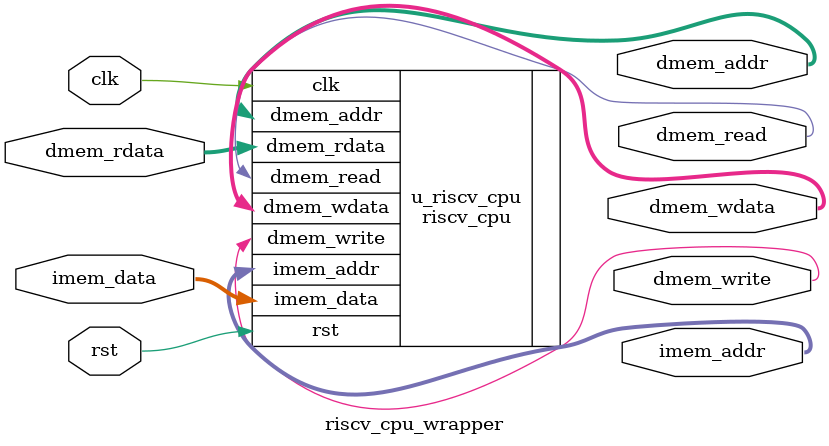
<source format=v>
`timescale 1ns / 1ps


module riscv_cpu_wrapper(

    input  wire        clk,
    input  wire        rst,
    // Instruction memory interface
    output wire [31:0] imem_addr,
    input  wire [31:0] imem_data,
    // Data memory interface
    output wire        dmem_read,
    output wire        dmem_write,
    output wire [31:0] dmem_addr,
    output wire [31:0] dmem_wdata,
    input  wire [31:0] dmem_rdata
    );

    riscv_cpu u_riscv_cpu (
        .clk(clk),
        .rst(rst),
        .imem_addr(imem_addr),
        .imem_data(imem_data),
        .dmem_read(dmem_read),
        .dmem_write(dmem_write),
        .dmem_addr(dmem_addr),
        .dmem_wdata(dmem_wdata),
        .dmem_rdata(dmem_rdata)
    );
endmodule

</source>
